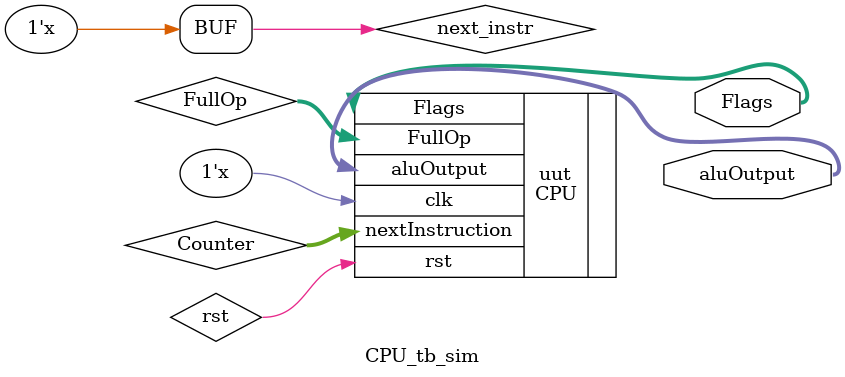
<source format=v>
module CPU_tb_sim (Flags, aluOutput);


	reg next_instr;
	wire [9:0] Counter;
	integer counter;
	wire rst;
	output wire [15:0]aluOutput;
	wire [15:0] FullOp;
   output wire [4:0] Flags;
	
	
CPU uut(
	.clk(next_instr),
	.nextInstruction(Counter),
	.rst(rst),
	.Flags(Flags),
	.FullOp(FullOp),
	.aluOutput(aluOutput)
);

always@(next_instr) begin
	#100
	next_instr = ~next_instr;
end

endmodule


</source>
